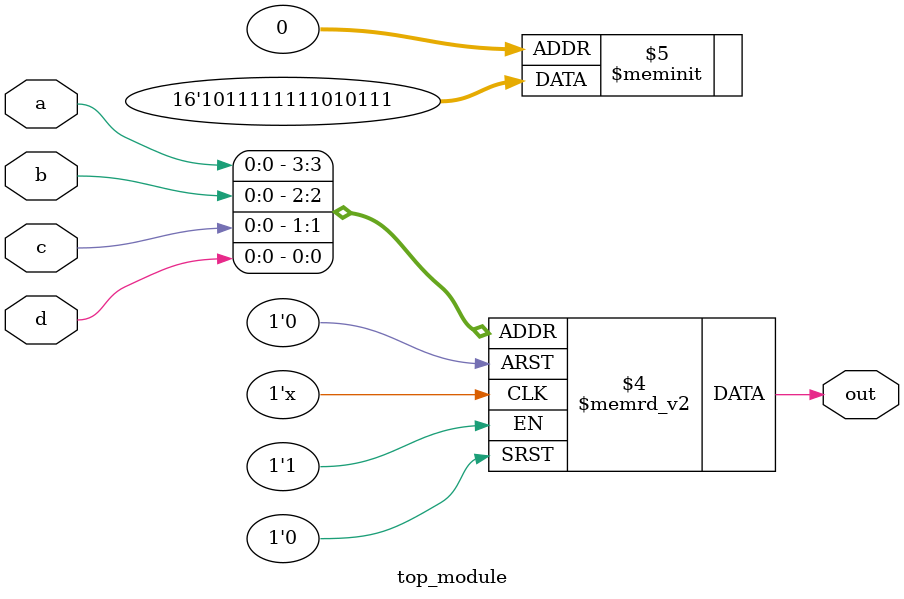
<source format=sv>
module top_module (
    input a, 
    input b,
    input c,
    input d,
    output reg out
);

always @(*) begin
    case ({a, b, c, d})
        4'b0000: out = 1'b1;
        4'b0001: out = 1'b1;
        4'b0011: out = 1'b0;
        4'b0010: out = 1'b1;
        4'b0100: out = 1'b1;
        4'b0101: out = 1'b0;
        4'b0111: out = 1'b1;
        4'b0110: out = 1'b1;
        4'b1000: out = 1'b1;
        4'b1001: out = 1'b1;
        4'b1011: out = 1'b1;
        4'b1010: out = 1'b1;
        4'b1100: out = 1'b1;
        4'b1101: out = 1'b1;
        4'b1111: out = 1'b1;
        4'b1110: out = 1'b0;
    endcase
end

endmodule

</source>
